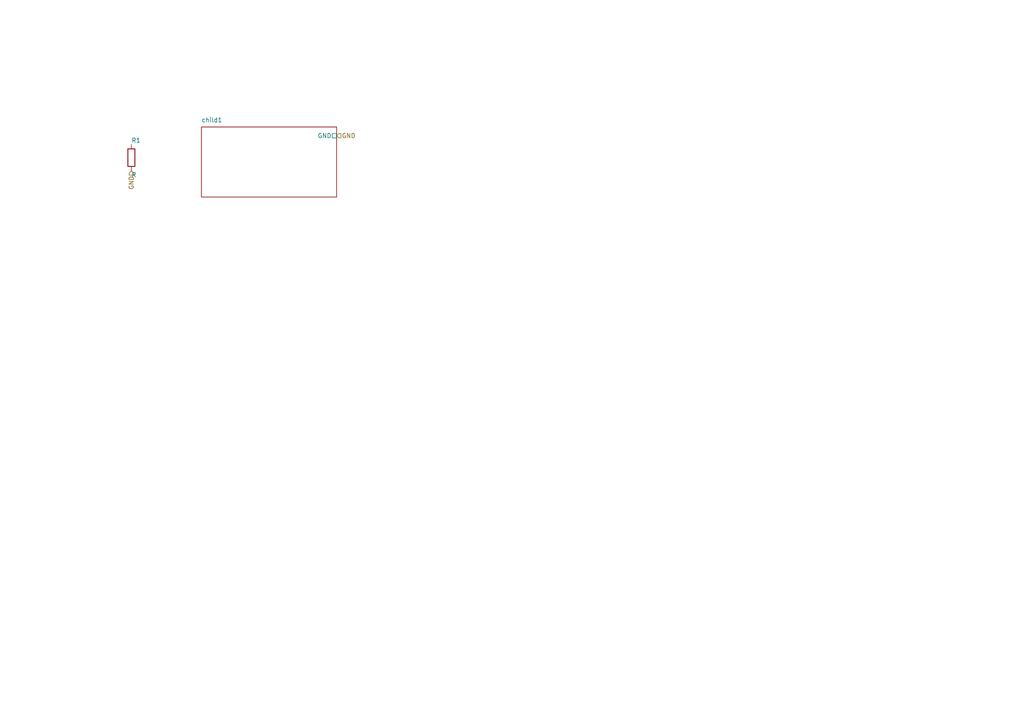
<source format=kicad_sch>
(kicad_sch (version 20250114) (generator "circuit_synth")
  (paper "A4")
  (lib_symbols
    (symbol "Device:R" (pin_numbers hide) (pin_names (offset 0.254))
      (property "Reference" "R" (at 0.0 0.0 0))
      (property "Value" "R" (at 0.0 0.0 0))
      (symbol "R_0_1"
        (rectangle (start -1.016 -2.54) (end 1.016 2.54) (stroke (width 0.254)))
      )
      (symbol "R_1_1"
        (pin passive line (at 0.0 3.81 270) (length 1.27) (name "~") (number "1"))
        (pin passive line (at 0.0 -3.81 90) (length 1.27) (name "~") (number "2"))
      )
    )
  )
  (symbol (lib_id "Device:R") (at 38.1 45.72 0.0) (unit 1)
    (property "Reference" "R1" (at 38.1 40.72 0) (effects (justify left)))
    (property "Value" "R" (at 38.1 50.72 0) (effects (justify left)))
  )
  (hierarchical_label "GND" (shape input) (at 38.1 49.53 270))
  (hierarchical_label "GND" (shape input) (at 97.63 39.37 0))
  (sheet (at 58.42 36.83) (size 39.21 20.32) (stroke (width 0.12)) (fill (color 0 0 0 0.0))
    (property "Sheetname" "child1" (at 58.42 35.559999999999995 0) (effects (justify left bottom)))
    (property "Sheetfile" "child1.kicad_sch" (effects (hide yes)))
    (pin GND passive (at 96.36 39.37 0))
  )
)
</source>
